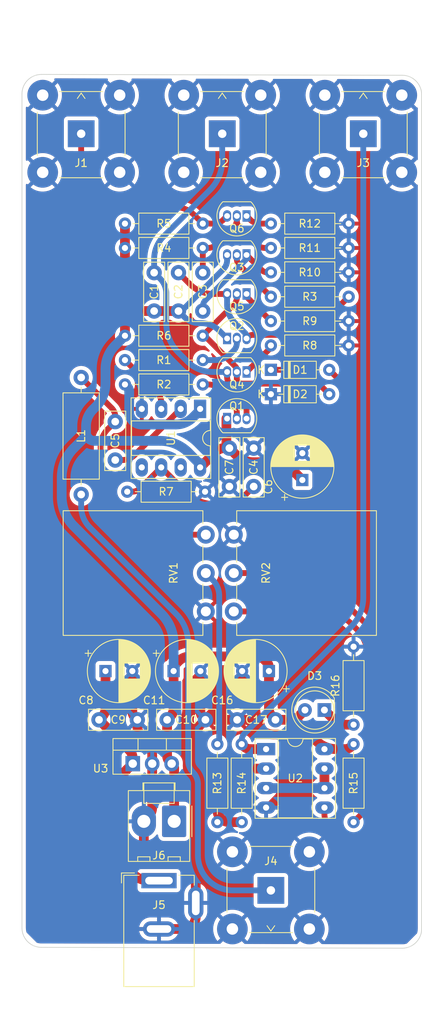
<source format=kicad_pcb>
(kicad_pcb (version 20211014) (generator pcbnew)
  (title_block (title "Enter Title On Page Setting Dialog") (rev "1") (company "Ashton Johnson"))
  (layers (0 "F.Cu" signal) (31 "B.Cu" signal) (35 "F.Paste" user) (37 "F.SilkS" user "F.Silkscreen") (39 "F.Mask" user) (44 "Edge.Cuts" user))
  (net 0 "")
  (net 1 "Y")
  (net 2 "+9V")
  (net 3 "Net-(C2-Pad1)")
  (net 4 "Net-(C3-Pad1)")
  (net 5 "Net-(C3-Pad2)")
  (net 6 "GND")
  (net 7 "Net-(C4-Pad2)")
  (net 8 "Net-(C5-Pad1)")
  (net 9 "COMP_VIDEO_IN")
  (net 10 "Net-(D1-Pad1)")
  (net 11 "Net-(D1-Pad2)")
  (net 12 "X")
  (net 13 "Z")
  (net 14 "Net-(Q1-Pad2)")
  (net 15 "Net-(Q2-Pad2)")
  (net 16 "Net-(Q3-Pad2)")
  (net 17 "Net-(Q4-Pad1)")
  (net 18 "Net-(Q5-Pad1)")
  (net 19 "Net-(Q6-Pad1)")
  (net 20 "Net-(R1-Pad2)")
  (net 21 "Net-(R2-Pad1)")
  (net 22 "Net-(R13-Pad1)")
  (net 23 "Net-(R13-Pad2)")
  (net 24 "Net-(R15-Pad2)")
  (net 25 "Net-(RV2-Pad2)")
  (net 28 "Net-(U2-Pad3)")
  (net 29 "Net-(D3-Pad1)")
  (net 30 "Net-(C5-Pad2)")
  (net 31 "+VDC")
  (footprint "Package_TO_SOT_THT:TO-92_Inline" (layer "F.Cu") (at 127.46 99.365)
    (fp_text reference "Q2")
    (fp_text value "2N3906")
  )
  (footprint "Resistor_THT:R_Axial_DIN0207_L6.3mm_D2.5mm_P10.16mm_Horizontal" (layer "F.Cu") (at 114.125 84.4)
    (fp_text reference "R5")
    (fp_text value "2.2k")
  )
  (footprint "Capacitor_THT:CP_Radial_D8.0mm_P3.50mm" (layer "F.Cu") (at 137.2825 117.802651 90)
    (fp_text reference "C6")
    (fp_text value "10u")
  )
  (footprint "Diode_THT:D_DO-35_SOD27_P7.62mm_Horizontal" (layer "F.Cu") (at 133.175 103.45)
    (fp_text reference "D1")
    (fp_text value "1N4148")
  )
  (footprint "Diode_THT:D_DO-35_SOD27_P7.62mm_Horizontal" (layer "F.Cu") (at 133.175 106.625)
    (fp_text reference "D2")
    (fp_text value "1N4148")
  )
  (footprint "Capacitor_THT:C_Disc_D7.5mm_W2.5mm_P5.00mm" (layer "F.Cu") (at 119.627651 149.04)
    (fp_text reference "C10")
    (fp_text value "0.1u")
  )
  (footprint "Package_TO_SOT_THT:TO-92_Inline" (layer "F.Cu") (at 130 93.565 180)
    (fp_text reference "Q5")
    (fp_text value "2N3904")
  )
  (footprint "Capacitor_THT:CP_Radial_D8.0mm_P3.50mm" (layer "F.Cu") (at 120.475 142.69)
    (fp_text reference "C11")
    (fp_text value "10u")
  )
  (footprint "Package_TO_SOT_THT:TO-92_Inline" (layer "F.Cu") (at 130 83.405 180)
    (fp_text reference "Q6")
    (fp_text value "2N3904")
  )
  (footprint "Resistor_THT:R_Axial_DIN0207_L6.3mm_D2.5mm_P10.16mm_Horizontal" (layer "F.Cu") (at 124.5825 119.325 180)
    (fp_text reference "R7")
    (fp_text value "680k")
  )
  (footprint "Package_DIP:DIP-8_W7.62mm_Socket_LongPads" (layer "F.Cu") (at 123.9375 108.54 -90)
    (fp_text reference "U1")
    (fp_text value "LM1881")
  )
  (footprint "Capacitor_THT:C_Disc_D7.5mm_W2.5mm_P5.00mm" (layer "F.Cu") (at 121.11 90.79 -90)
    (fp_text reference "C2")
    (fp_text value "22n")
  )
  (footprint "Capacitor_THT:C_Disc_D7.5mm_W2.5mm_P5.00mm" (layer "F.Cu") (at 112.855 115.2 90)
    (fp_text reference "C5")
    (fp_text value "10n")
  )
  (footprint "Potentiometer_THT:Potentiometer_Piher_PC-16_Single_Vertical" (layer "F.Cu") (at 128.335 134.925)
    (fp_text reference "RV2")
    (fp_text value "10k")
  )
  (footprint "Connector_Coaxial:BNC_TEConnectivity_1478035_Horizontal" (layer "F.Cu") (at 108.41 72.695)
    (fp_text reference "J1")
    (fp_text value "Conn_Coaxial_Power")
  )
  (footprint "Resistor_THT:R_Axial_DIN0207_L6.3mm_D2.5mm_P10.16mm_Horizontal" (layer "F.Cu") (at 114.125 105.355)
    (fp_text reference "R2")
    (fp_text value "6.8k")
  )
  (footprint "Resistor_THT:R_Axial_DIN0207_L6.3mm_D2.5mm_P10.16mm_Horizontal" (layer "F.Cu") (at 126.19 152.215 -90)
    (fp_text reference "R13")
    (fp_text value "2.2k")
  )
  (footprint "Resistor_THT:R_Axial_DIN0207_L6.3mm_D2.5mm_P10.16mm_Horizontal" (layer "F.Cu") (at 133.175 84.4)
    (fp_text reference "R12")
    (fp_text value "2.2k")
  )
  (footprint "Resistor_THT:R_Axial_DIN0207_L6.3mm_D2.5mm_P10.16mm_Horizontal" (layer "F.Cu") (at 133.175 97.1)
    (fp_text reference "R9")
    (fp_text value "680")
  )
  (footprint "Capacitor_THT:C_Disc_D7.5mm_W2.5mm_P5.00mm" (layer "F.Cu") (at 124.285 95.79 90)
    (fp_text reference "C3")
    (fp_text value "0.1u")
  )
  (footprint "Potentiometer_THT:Potentiometer_Piher_PC-16_Single_Vertical" (layer "F.Cu") (at 124.68 124.925 180)
    (fp_text reference "RV1")
    (fp_text value "1k")
  )
  (footprint "Capacitor_THT:C_Disc_D7.5mm_W2.5mm_P5.00mm" (layer "F.Cu") (at 130.9325 113.65 -90)
    (fp_text reference "C4")
    (fp_text value "0.1u")
  )
  (footprint "Resistor_THT:R_Axial_DIN0207_L6.3mm_D2.5mm_P10.16mm_Horizontal" (layer "F.Cu") (at 114.125 99.005)
    (fp_text reference "R6")
    (fp_text value "3.3k")
  )
  (footprint "Capacitor_THT:C_Disc_D7.5mm_W2.5mm_P5.00mm" (layer "F.Cu") (at 127.7575 113.65 -90)
    (fp_text reference "C7")
    (fp_text value "0.1u")
  )
  (footprint "Connector_Coaxial:BNC_TEConnectivity_1478035_Horizontal" (layer "F.Cu") (at 133.175 171.265 180)
    (fp_text reference "J4")
    (fp_text value "Conn_Coaxial_Power")
  )
  (footprint "Package_TO_SOT_THT:TO-92_Inline" (layer "F.Cu") (at 127.46 109.8)
    (fp_text reference "Q1")
    (fp_text value "2N3906")
  )
  (footprint "Resistor_THT:R_Axial_DIN0207_L6.3mm_D2.5mm_P10.16mm_Horizontal" (layer "F.Cu") (at 133.175 90.75)
    (fp_text reference "R10")
    (fp_text value "3.3k")
  )
  (footprint "Connector_Coaxial:BNC_TEConnectivity_1478035_Horizontal" (layer "F.Cu") (at 145.24 72.695)
    (fp_text reference "J3")
    (fp_text value "Conn_Coaxial_Power")
  )
  (footprint "Connector_Coaxial:BNC_TEConnectivity_1478035_Horizontal" (layer "F.Cu") (at 126.825 72.695)
    (fp_text reference "J2")
    (fp_text value "Conn_Coaxial_Power")
  )
  (footprint "Resistor_THT:R_Axial_DIN0207_L6.3mm_D2.5mm_P10.16mm_Horizontal" (layer "F.Cu") (at 133.175 87.575)
    (fp_text reference "R11")
    (fp_text value "3.3k")
  )
  (footprint "Capacitor_THT:C_Disc_D7.5mm_W2.5mm_P5.00mm" (layer "F.Cu") (at 117.935 90.79 -90)
    (fp_text reference "C1")
    (fp_text value "100n")
  )
  (footprint "Connector_BarrelJack:BarrelJack_GCT_DCJ200-10-A_Horizontal" (layer "F.Cu") (at 118.57 169.995)
    (fp_text reference "J5")
    (fp_text value "Barrel_Jack_Switch")
  )
  (footprint "Capacitor_THT:C_Disc_D7.5mm_W2.5mm_P5.00mm" (layer "F.Cu") (at 110.737651 149.04)
    (fp_text reference "C9")
    (fp_text value "0.33u")
  )
  (footprint "Resistor_THT:R_Axial_DIN0207_L6.3mm_D2.5mm_P10.16mm_Horizontal" (layer "F.Cu") (at 143.97 149.675 90)
    (fp_text reference "R16")
    (fp_text value "2.4k")
  )
  (footprint "Package_TO_SOT_THT:TO-92_Inline" (layer "F.Cu") (at 130 103.725 180)
    (fp_text reference "Q4")
    (fp_text value "2N3904")
  )
  (footprint "Package_TO_SOT_THT:TO-92_Inline" (layer "F.Cu") (at 130 88.485 180)
    (fp_text reference "Q3")
    (fp_text value "2N3904")
  )
  (footprint "Resistor_THT:R_Axial_DIN0207_L6.3mm_D2.5mm_P10.16mm_Horizontal" (layer "F.Cu") (at 143.97 152.215 -90)
    (fp_text reference "R15")
    (fp_text value "68k")
  )
  (footprint "Resistor_THT:R_Axial_DIN0207_L6.3mm_D2.5mm_P10.16mm_Horizontal" (layer "F.Cu") (at 133.175 100.275)
    (fp_text reference "R8")
    (fp_text value "68k")
  )
  (footprint "Capacitor_THT:CP_Radial_D8.0mm_P3.50mm" (layer "F.Cu") (at 111.585 142.69)
    (fp_text reference "C8")
    (fp_text value "10u")
  )
  (footprint "Capacitor_THT:C_Disc_D7.5mm_W2.5mm_P5.00mm" (layer "F.Cu") (at 133.77 149.04 180)
    (fp_text reference "C17")
    (fp_text value "0.1u")
  )
  (footprint "Inductor_THT:L_Axial_L11.0mm_D4.5mm_P15.24mm_Horizontal_Fastron_MECC" (layer "F.Cu") (at 108.41 119.69 90)
    (fp_text reference "L1")
    (fp_text value "22u")
  )
  (footprint "Resistor_THT:R_Axial_DIN0207_L6.3mm_D2.5mm_P10.16mm_Horizontal" (layer "F.Cu") (at 129.365 162.375 90)
    (fp_text reference "R14")
    (fp_text value "4.7k")
  )
  (footprint "Capacitor_THT:CP_Radial_D8.0mm_P3.50mm" (layer "F.Cu") (at 132.922651 142.69 180)
    (fp_text reference "C16")
    (fp_text value "10u")
  )
  (footprint "Connector_Molex:Molex_KK-396_A-41791-0002_1x02_P3.96mm_Vertical" (layer "F.Cu") (at 120.55 162.27 180)
    (fp_text reference "J6")
    (fp_text value "Molex 3.96mm")
  )
  (footprint "Package_TO_SOT_THT:TO-220-3_Vertical" (layer "F.Cu") (at 115.142651 154.755)
    (fp_text reference "U3")
    (fp_text value "LM7809_TO220")
  )
  (footprint "Package_DIP:DIP-8_W7.62mm_Socket_LongPads" (layer "F.Cu") (at 132.55 152.86)
    (fp_text reference "U2")
    (fp_text value "AD8032")
  )
  (footprint "Resistor_THT:R_Axial_DIN0207_L6.3mm_D2.5mm_P10.16mm_Horizontal" (layer "F.Cu") (at 124.285 102.18 180)
    (fp_text reference "R1")
    (fp_text value "6.8k")
  )
  (footprint "Resistor_THT:R_Axial_DIN0207_L6.3mm_D2.5mm_P10.16mm_Horizontal" (layer "F.Cu") (at 114.125 87.575)
    (fp_text reference "R4")
    (fp_text value "5.6k")
  )
  (footprint "LED_THT:LED_D5.0mm" (layer "F.Cu") (at 140.165 147.77 180)
    (fp_text reference "D3")
    (fp_text value "Indicator")
  )
  (footprint "Resistor_THT:R_Axial_DIN0207_L6.3mm_D2.5mm_P10.16mm_Horizontal" (layer "F.Cu") (at 133.175 93.925)
    (fp_text reference "R3")
    (fp_text value "180")
  )
  (gr_arc (start 150.32 65.075) (mid 152.116051 65.818949) (end 152.86 67.615) (layer "Edge.Cuts") (width 0.1))
  (gr_line (start 152.859999 176.254474) (end 152.86 67.615) (layer "Edge.Cuts") (width 0.1))
  (gr_arc (start 100.681051 67.506051) (mid 101.425 65.71) (end 103.221051 64.966051) (layer "Edge.Cuts") (width 0.1))
  (gr_line (start 150.319999 178.794474) (end 103.22105 178.685525) (layer "Edge.Cuts") (width 0.1))
  (gr_arc (start 152.859999 176.254474) (mid 152.11605 178.050525) (end 150.319999 178.794474) (layer "Edge.Cuts") (width 0.1))
  (gr_arc (start 103.22105 178.685525) (mid 101.424974 177.941587) (end 100.68105 176.145525) (layer "Edge.Cuts") (width 0.1))
  (gr_line (start 103.221051 64.966051) (end 150.32 65.075) (layer "Edge.Cuts") (width 0.1))
  (gr_line (start 100.681051 67.506051) (end 100.68105 176.145525) (layer "Edge.Cuts") (width 0.1))
  (segment (start 130 108.660408) (end 130 109.8) (width 0.762) (layer "F.Cu") (net 1))
  (segment (start 129.194186 106.715002) (end 127.903998 105.424814) (width 0.762) (layer "F.Cu") (net 1))
  (segment (start 127.46 104.352908) (end 127.46 103.725) (width 0.762) (layer "F.Cu") (net 1))
  (arc (start 129.194186 106.715002) (mid 129.790575 107.607562) (end 130 108.660408) (width 0.762) (layer "F.Cu") (net 1))
  (arc (start 127.46 104.352908) (mid 127.575391 104.933019) (end 127.903998 105.424814) (width 0.762) (layer "F.Cu") (net 1))
  (segment (start 122.282413 102.372594) (end 121.109303 101.199484) (width 0.762) (layer "B.Cu") (net 1))
  (segment (start 119.515511 93.488101) (end 119.515511 97.351728) (width 0.762) (layer "B.Cu") (net 1))
  (segment (start 126.825 76.156036) (end 126.825 72.695) (width 0.762) (layer "B.Cu") (net 1))
  (segment (start 125.547409 103.725) (end 127.46 103.725) (width 0.762) (layer "B.Cu") (net 1))
  (segment (start 117.935 89.045) (end 117.935 89.672409) (width 0.762) (layer "B.Cu") (net 1))
  (segment (start 125.231207 80.003792) (end 119.168901 86.066098) (width 0.762) (layer "B.Cu") (net 1))
  (arc (start 126.825 76.156036) (mid 126.410786 78.238426) (end 125.231207 80.003792) (width 0.762) (layer "B.Cu") (net 1))
  (arc (start 122.282413 102.372594) (mid 123.780406 103.373521) (end 125.547409 103.725) (width 0.762) (layer "B.Cu") (net 1))
  (arc (start 118.725255 91.580255) (mid 119.31013 92.455582) (end 119.515511 93.488101) (width 0.762) (layer "B.Cu") (net 1))
  (arc (start 117.935 89.672409) (mid 118.14038 90.704928) (end 118.725255 91.580255) (width 0.762) (layer "B.Cu") (net 1))
  (arc (start 119.515511 97.351728) (mid 119.929724 99.434118) (end 121.109303 101.199484) (width 0.762) (layer "B.Cu") (net 1))
  (arc (start 119.168901 86.066098) (mid 118.25568 87.43283) (end 117.935 89.045) (width 0.762) (layer "B.Cu") (net 1))
  (segment (start 127.56399 113.45649) (end 127.95101 113.84351) (width 1.27) (layer "F.Cu") (net 2))
  (segment (start 127.37048 112.989315) (end 127.37048 109.8) (width 1.27) (layer "F.Cu") (net 2))
  (segment (start 120.475 143.0075) (end 120.475 147.593484) (width 1.27) (layer "F.Cu") (net 2))
  (segment (start 141.7475 152.86) (end 142.868916 152.86) (width 1.27) (layer "F.Cu") (net 2))
  (segment (start 136.3475 149.04) (end 136.3525 149.04) (width 1.27) (layer "F.Cu") (net 2))
  (segment (start 114.125 95.72117) (end 114.125 99.005) (width 1.27) (layer "F.Cu") (net 2))
  (segment (start 131.185412 140.785) (end 122.643025 140.785) (width 1.27) (layer "F.Cu") (net 2))
  (segment (start 120.55 155.313819) (end 120.55 162.27) (width 1.27) (layer "F.Cu") (net 2))
  (segment (start 120.475 142.3725) (end 120.475 143.0075) (width 1.27) (layer "F.Cu") (net 2))
  (segment (start 132.922651 142.246325) (end 132.922651 143.133674) (width 1.27) (layer "F.Cu") (net 2))
  (segment (start 125.984345 114.113154) (end 123.9375 116.16) (width 1.27) (layer "F.Cu") (net 2))
  (segment (start 133.325187 115.484511) (end 130.889206 115.484511) (width 1.27) (layer "F.Cu") (net 2))
  (segment (start 143.6475 152.5375) (end 143.97 152.215) (width 1.27) (layer "F.Cu") (net 2))
  (segment (start 120.699506 141.830493) (end 121.11 141.42) (width 1.27) (layer "F.Cu") (net 2))
  (segment (start 136.3475 149.04) (end 134.369166 149.04) (width 1.27) (layer "F.Cu") (net 2))
  (segment (start 127.1025 113.65) (end 127.483835 113.65) (width 1.27) (layer "F.Cu") (net 2))
  (segment (start 136.351767 149.041767) (end 139.054539 151.744539) (width 1.27) (layer "F.Cu") (net 2))
  (segment (start 119.627651 149.639166) (end 119.627651 153.739271) (width 1.27) (layer "F.Cu") (net 2))
  (segment (start 127.95101 113.84351) (end 128.674755 114.567255) (width 1.27) (layer "F.Cu") (net 2))
  (segment (start 132.413825 141.293825) (end 132.608925 141.488925) (width 1.27) (layer "F.Cu") (net 2))
  (segment (start 114.125 85.9875) (end 114.125 89.1625) (width 1.27) (layer "F.Cu") (net 2))
  (segment (start 114.52617 95.79) (end 116.3475 95.79) (width 1.27) (layer "F.Cu") (net 2))
  (segment (start 136.356767 149.038232) (end 137.625 147.77) (width 1.27) (layer "F.Cu") (net 2))
  (segment (start 136.12343 116.643581) (end 137.2825 117.802651) (width 1.27) (layer "F.Cu") (net 2))
  (segment (start 119.5225 95.79) (end 116.3475 95.79) (width 1.27) (layer "F.Cu") (net 2))
  (segment (start 120.058976 154.591325) (end 120.386325 154.918674) (width 1.27) (layer "F.Cu") (net 2))
  (segment (start 132.922651 143.133674) (end 132.922651 147.593484) (width 1.27) (layer "F.Cu") (net 2))
  (segment (start 120.058976 154.591325) (end 119.925151 154.4575) (width 1.27) (layer "F.Cu") (net 2))
  (segment (start 114.125 95.72117) (end 114.125 95.388829) (width 1.27) (layer "F.Cu") (net 2))
  (segment (start 114.125 85.9875) (end 114.125 84.4) (width 1.27) (layer "F.Cu") (net 2))
  (segment (start 114.125 95.388829) (end 114.125 89.1625) (width 1.27) (layer "F.Cu") (net 2))
  (segment (start 119.5225 95.79) (end 121.11 95.79) (width 1.27) (layer "F.Cu") (net 2))
  (arc (start 132.413825 141.293825) (mid 131.850224 140.917239) (end 131.185412 140.785) (width 1.27) (layer "F.Cu") (net 2))
  (arc (start 127.37048 112.989315) (mid 127.420771 113.242148) (end 127.56399 113.45649) (width 1.27) (layer "F.Cu") (net 2))
  (arc (start 136.356767 149.038232) (mid 136.354809 149.03954) (end 136.3525 149.04) (width 1.27) (layer "F.Cu") (net 2))
  (arc (start 120.475 147.593484) (mid 120.36489 148.147041) (end 120.051325 148.616325) (width 1.27) (layer "F.Cu") (net 2))
  (arc (start 143.6475 152.5375) (mid 143.290282 152.776184) (end 142.868916 152.86) (width 1.27) (layer "F.Cu") (net 2))
  (arc (start 139.054539 151.744539) (mid 140.29008 152.570101) (end 141.7475 152.86) (width 1.27) (layer "F.Cu") (net 2))
  (arc (start 136.12343 116.643581) (mid 134.839585 115.785743) (end 133.325187 115.484511) (width 1.27) (layer "F.Cu") (net 2))
  (arc (start 120.386325 154.918674) (mid 120.507462 155.099968) (end 120.55 155.313819) (width 1.27) (layer "F.Cu") (net 2))
  (arc (start 122.643025 140.785) (mid 121.813357 140.950031) (end 121.11 141.42) (width 1.27) (layer "F.Cu") (net 2))
  (arc (start 136.3525 149.04) (mid 136.351543 149.040638) (end 136.351767 149.041767) (width 1.27) (layer "F.Cu") (net 2))
  (arc (start 128.674755 114.567255) (mid 129.690753 115.246123) (end 130.889206 115.484511) (width 1.27) (layer "F.Cu") (net 2))
  (arc (start 127.483835 113.65) (mid 127.588562 113.580023) (end 127.56399 113.45649) (width 1.27) (layer "F.Cu") (net 2))
  (arc (start 119.627651 153.739271) (mid 119.704968 154.127973) (end 119.925151 154.4575) (width 1.27) (layer "F.Cu") (net 2))
  (arc (start 127.1025 113.65) (mid 126.497358 113.770369) (end 125.984345 114.113154) (width 1.27) (layer "F.Cu") (net 2))
  (arc (start 127.95101 113.84351) (mid 127.736668 113.700291) (end 127.483835 113.65) (width 1.27) (layer "F.Cu") (net 2))
  (arc (start 114.125 95.388829) (mid 114.155537 95.54235) (end 114.2425 95.6725) (width 1.27) (layer "F.Cu") (net 2))
  (arc (start 120.051325 148.616325) (mid 119.73776 149.085608) (end 119.627651 149.639166) (width 1.27) (layer "F.Cu") (net 2))
  (arc (start 114.2425 95.6725) (mid 114.372648 95.759462) (end 114.52617 95.79) (width 1.27) (layer "F.Cu") (net 2))
  (arc (start 136.351767 149.041767) (mid 136.349809 149.040459) (end 136.3475 149.04) (width 1.27) (layer "F.Cu") (net 2))
  (arc (start 133.346325 148.616325) (mid 133.815608 148.92989) (end 134.369166 149.04) (width 1.27) (layer "F.Cu") (net 2))
  (arc (start 114.2425 95.6725) (mid 114.167489 95.657579) (end 114.125 95.72117) (width 1.27) (layer "F.Cu") (net 2))
  (arc (start 120.699506 141.830493) (mid 120.533347 142.079168) (end 120.475 142.3725) (width 1.27) (layer "F.Cu") (net 2))
  (arc (start 132.922651 147.593484) (mid 133.03276 148.147041) (end 133.346325 148.616325) (width 1.27) (layer "F.Cu") (net 2))
  (arc (start 132.608925 141.488925) (mid 132.841116 141.836423) (end 132.922651 142.246325) (width 1.27) (layer "F.Cu") (net 2))
  (segment (start 121.665201 95.644979) (end 126.977335 90.332845) (width 0.762) (layer "B.Cu") (net 2))
  (segment (start 120.475 139.083963) (end 120.475 142.69) (width 1.27) (layer "B.Cu") (net 2))
  (segment (start 123.796078 115.618578) (end 122.4075 114.23) (width 1.27) (layer "B.Cu") (net 2))
  (segment (start 110.314999 108.254999) (end 109.943025 108.626974) (width 1.27) (layer "B.Cu") (net 2))
  (segment (start 127.46 89.16759) (end 127.46 88.485) (width 0.762) (layer "B.Cu") (net 2))
  (segment (start 111.585 105.188948) (end 111.585 103.341051) (width 1.27) (layer "B.Cu") (net 2))
  (segment (start 107.4575 113.6525) (end 108.7275 112.3825) (width 1.27) (layer "B.Cu") (net 2))
  (segment (start 112.855 100.275) (end 114.125 99.005) (width 1.27) (layer "B.Cu") (net 2))
  (segment (start 121.25502 95.93502) (end 121.900255 96.580255) (width 0.762) (layer "B.Cu") (net 2))
  (segment (start 124.078011 97.370511) (end 123.808101 97.370511) (width 0.762) (layer "B.Cu") (net 2))
  (segment (start 110.129012 112.7) (end 118.713753 112.7) (width 1.27) (layer "B.Cu") (net 2))
  (segment (start 109.045 110.795) (end 109.045 111.615987) (width 1.27) (layer "B.Cu") (net 2))
  (segment (start 126.446621 98.351621) (end 127.46 99.365) (width 0.762) (layer "B.Cu") (net 2))
  (segment (start 105.87 117.485064) (end 105.87 119.971036) (width 1.27) (layer "B.Cu") (net 2))
  (segment (start 123.9375 115.96) (end 123.9375 116.16) (width 1.27) (layer "B.Cu") (net 2))
  (segment (start 118.881207 135.236207) (end 107.463792 123.818792) (width 1.27) (layer "B.Cu") (net 2))
  (arc (start 107.4575 113.6525) (mid 106.282577 115.410895) (end 105.87 117.485064) (width 1.27) (layer "B.Cu") (net 2))
  (arc (start 109.3625 112.3825) (mid 109.714178 112.617484) (end 110.129012 112.7) (width 1.27) (layer "B.Cu") (net 2))
  (arc (start 118.881207 135.236207) (mid 120.060786 137.001572) (end 120.475 139.083963) (width 1.27) (layer "B.Cu") (net 2))
  (arc (start 126.446621 98.351621) (mid 125.359893 97.625493) (end 124.078011 97.370511) (width 0.762) (layer "B.Cu") (net 2))
  (arc (start 122.4075 114.23) (mid 120.712794 113.097634) (end 118.713753 112.7) (width 1.27) (layer "B.Cu") (net 2))
  (arc (start 123.796078 115.618578) (mid 123.900745 115.775223) (end 123.9375 115.96) (width 1.27) (layer "B.Cu") (net 2))
  (arc (start 127.46 89.16759) (mid 127.334559 89.798221) (end 126.977335 90.332845) (width 0.762) (layer "B.Cu") (net 2))
  (arc (start 121.900255 96.580255) (mid 122.775582 97.16513) (end 123.808101 97.370511) (width 0.762) (layer "B.Cu") (net 2))
  (arc (start 112.855 100.275) (mid 111.915062 101.681716) (end 111.585 103.341051) (width 1.27) (layer "B.Cu") (net 2))
  (arc (start 121.665201 95.644979) (mid 121.504569 95.75231) (end 121.31509 95.79) (width 0.762) (layer "B.Cu") (net 2))
  (arc (start 109.3625 112.3825) (mid 109.045 112.250987) (end 108.7275 112.3825) (width 1.27) (layer "B.Cu") (net 2))
  (arc (start 109.045 111.615987) (mid 109.127515 112.03082) (end 109.3625 112.3825) (width 1.27) (layer "B.Cu") (net 2))
  (arc (start 111.585 105.188948) (mid 111.254937 106.848283) (end 110.314999 108.254999) (width 1.27) (layer "B.Cu") (net 2))
  (arc (start 121.31509 95.79) (mid 121.236605 95.842441) (end 121.25502 95.93502) (width 0.762) (layer "B.Cu") (net 2))
  (arc (start 105.87 119.971036) (mid 106.284213 122.053426) (end 107.463792 123.818792) (width 1.27) (layer "B.Cu") (net 2))
  (arc (start 109.943025 108.626974) (mid 109.278389 109.621672) (end 109.045 110.795) (width 1.27) (layer "B.Cu") (net 2))
  (arc (start 108.7275 112.3825) (mid 108.962484 112.03082) (end 109.045 111.615987) (width 1.27) (layer "B.Cu") (net 2))
  (segment (start 130.235255 99.129744) (end 130 99.365) (width 0.762) (layer "F.Cu") (net 3))
  (segment (start 122.621046 92.301046) (end 121.11 90.79) (width 0.762) (layer "F.Cu") (net 3))
  (segment (start 139.959303 97.300696) (end 143.335 93.925) (width 0.762) (layer "F.Cu") (net 3))
  (segment (start 130.803212 98.894489) (end 136.111547 98.894489) (width 0.762) (layer "F.Cu") (net 3))
  (segment (start 125.6725 93.565) (end 127.46 93.565) (width 0.762) (layer "F.Cu") (net 3))
  (arc (start 122.621046 92.301046) (mid 124.021065 93.236509) (end 125.6725 93.565) (width 0.762) (layer "F.Cu") (net 3))
  (arc (start 139.959303 97.300696) (mid 138.193937 98.480275) (end 136.111547 98.894489) (width 0.762) (layer "F.Cu") (net 3))
  (arc (start 130.803212 98.894489) (mid 130.495836 98.955629) (end 130.235255 99.129744) (width 0.762) (layer "F.Cu") (net 3))
  (segment (start 127.46 94.935779) (end 127.46 93.565) (width 0.762) (layer "B.Cu") (net 3))
  (segment (start 129.816703 98.663262) (end 128.429287 97.275846) (width 0.762) (layer "B.Cu") (net 3))
  (segment (start 130 99.105779) (end 130 99.365) (width 0.762) (layer "B.Cu") (net 3))
  (arc (start 127.46 94.935779) (mid 127.711909 96.202214) (end 128.429287 97.275846) (width 0.762) (layer "B.Cu") (net 3))
  (arc (start 129.816703 98.663262) (mid 129.952362 98.86629) (end 130 99.105779) (width 0.762) (layer "B.Cu") (net 3))
  (segment (start 132.72 90.75) (end 133.175 90.75) (width 0.762) (layer "F.Cu") (net 4))
  (segment (start 131.943266 90.428266) (end 130 88.485) (width 0.762) (layer "F.Cu") (net 4))
  (arc (start 131.943266 90.428266) (mid 132.299634 90.666384) (end 132.72 90.75) (width 0.762) (layer "F.Cu") (net 4))
  (segment (start 124.285 95.25422) (end 124.285 95.79) (width 0.762) (layer "B.Cu") (net 4))
  (segment (start 130 88.74422) (end 130 88.485) (width 0.762) (layer "B.Cu") (net 4))
  (segment (start 129.816703 89.186737) (end 124.663853 94.339587) (width 0.762) (layer "B.Cu") (net 4))
  (arc (start 130 88.74422) (mid 129.952362 88.983708) (end 129.816703 89.186737) (width 0.762) (layer "B.Cu") (net 4))
  (arc (start 124.663853 94.339587) (mid 124.38346 94.759224) (end 124.285 95.25422) (width 0.762) (layer "B.Cu") (net 4))
  (segment (start 131.224499 87.065521) (end 129.142251 84.983273) (width 0.762) (layer "F.Cu") (net 5))
  (segment (start 124.285 88.2435) (end 124.285 90.79) (width 0.762) (layer "F.Cu") (net 5))
  (segment (start 132.454489 87.575) (end 133.175 87.575) (width 0.762) (layer "F.Cu") (net 5))
  (segment (start 126.0947 87.102299) (end 128.354526 84.842473) (width 0.762) (layer "F.Cu") (net 5))
  (segment (start 128.73 83.988011) (end 128.73 83.936) (width 0.762) (layer "F.Cu") (net 5))
  (arc (start 128.73 83.936) (mid 128.632417 84.426579) (end 128.354526 84.842473) (width 0.762) (layer "F.Cu") (net 5))
  (arc (start 124.9535 87.575) (mid 124.480799 87.770799) (end 124.285 88.2435) (width 0.762) (layer "F.Cu") (net 5))
  (arc (start 126.0947 87.102299) (mid 125.571113 87.452149) (end 124.9535 87.575) (width 0.762) (layer "F.Cu") (net 5))
  (arc (start 131.224499 87.065521) (mid 131.788823 87.44259) (end 132.454489 87.575) (width 0.762) (layer "F.Cu") (net 5))
  (arc (start 128.73 83.988011) (mid 128.83714 84.526642) (end 129.142251 84.983273) (width 0.762) (layer "F.Cu") (net 5))
  (arc (start 128.73 83.936) (mid 128.73 83.936) (end 128.73 83.936) (width 0.762) (layer "F.Cu") (net 5))
  (segment (start 123.975 147.925855) (end 123.975 142.69) (width 1.27) (layer "F.Cu") (net 6))
  (segment (start 123.37 174.690319) (end 123.37 174.125) (width 1.27) (layer "F.Cu") (net 6))
  (segment (start 132.75 160.48) (end 132.55 160.48) (width 1.27) (layer "F.Cu") (net 6))
  (segment (start 133.091421 160.338578) (end 134.015 159.415) (width 1.27) (layer "F.Cu") (net 6))
  (segment (start 116.307809 151.222809) (end 116.919912 151.834912) (width 1.27) (layer "F.Cu") (net 6))
  (segment (start 117.682651 160.404728) (end 117.682651 155.833674) (width 1.27) (layer "F.Cu") (net 6))
  (segment (start 129.7025 149.04) (end 127.8375 149.04) (width 1.27) (layer "F.Cu") (net 6))
  (segment (start 116.59 163.04262) (end 116.59 164.799713) (width 1.27) (layer "F.Cu") (net 6))
  (segment (start 121.765319 176.295) (end 118.57 176.295) (width 1.27) (layer "F.Cu") (net 6))
  (segment (start 133.4925 150.945) (end 133.995987 150.945) (width 1.27) (layer "F.Cu") (net 6))
  (segment (start 129.218825 144.595) (end 129.324234 144.595) (width 1.27) (layer "F.Cu") (net 6))
  (segment (start 123.37 166.242218) (end 123.37 151.186944) (width 1.27) (layer "F.Cu") (net 6))
  (segment (start 123.37 166.397781) (end 123.37 166.955) (width 1.27) (layer "F.Cu") (net 6))
  (segment (start 123.37 171.665) (end 123.37 174.125) (width 1.27) (layer "F.Cu") (net 6))
  (segment (start 123.37 166.242218) (end 123.37 166.397781) (width 1.27) (layer "F.Cu") (net 6))
  (segment (start 128.96929 144.69836) (end 124.953976 148.713674) (width 1.27) (layer "F.Cu") (net 6))
  (segment (start 129.422651 144.496583) (end 129.422651 142.69) (width 1.27) (layer "F.Cu") (net 6))
  (segment (start 123.37 166.955) (end 123.37 168.225) (width 1.27) (layer "F.Cu") (net 6))
  (segment (start 124.301325 149.366325) (end 123.998825 149.668825) (width 1.27) (layer "F.Cu") (net 6))
  (segment (start 131.294377 149.699377) (end 131.86648 150.27148) (width 1.27) (layer "F.Cu") (net 6))
  (segment (start 115.737651 149.846325) (end 115.737651 149.501493) (width 1.27) (layer "F.Cu") (net 6))
  (segment (start 123.37 171.665) (end 123.37 168.225) (width 1.27) (layer "F.Cu") (net 6))
  (segment (start 127.8375 149.04) (end 125.089144 149.04) (width 1.27) (layer "F.Cu") (net 6))
  (segment (start 135.08 156.843862) (end 135.08 152.029012) (width 1.27) (layer "F.Cu") (net 6))
  (segment (start 123.182218 166.43) (end 118.220286 166.43) (width 1.27) (layer "F.Cu") (net 6))
  (segment (start 115.085 147.925855) (end 115.085 142.69) (width 1.27) (layer "F.Cu") (net 6))
  (segment (start 117.682651 153.676325) (end 117.682651 155.833674) (width 1.27) (layer "F.Cu") (net 6))
  (arc (start 129.393825 144.566174) (mid 129.361896 144.587508) (end 129.324234 144.595) (width 1.27) (layer "F.Cu") (net 6))
  (arc (start 123.37 166.397781) (mid 123.350111 166.368015) (end 123.315 166.375) (width 1.27) (layer "F.Cu") (net 6))
  (arc (start 116.919912 151.834912) (mid 117.484421 152.679759) (end 117.682651 153.676325) (width 1.27) (layer "F.Cu") (net 6))
  (arc (start 124.953976 148.713674) (mid 124.912538 148.921995) (end 125.089144 149.04) (width 1.27) (layer "F.Cu") (net 6))
  (arc (start 115.085 147.925855) (mid 115.169809 148.352219) (end 115.411325 148.713674) (width 1.27) (layer "F.Cu") (net 6))
  (arc (start 129.422651 144.496583) (mid 129.415159 144.534245) (end 129.393825 144.566174) (width 1.27) (layer "F.Cu") (net 6))
  (arc (start 123.998825 149.668825) (mid 123.533426 150.365344) (end 123.37 151.186944) (width 1.27) (layer "F.Cu") (net 6))
  (arc (start 123.315 166.375) (mid 123.355705 166.314079) (end 123.37 166.242218) (width 1.27) (layer "F.Cu") (net 6))
  (arc (start 131.86648 150.27148) (mid 132.612504 150.769957) (end 133.4925 150.945) (width 1.27) (layer "F.Cu") (net 6))
  (arc (start 117.136325 161.723674) (mid 116.731985 162.328811) (end 116.59 163.04262) (width 1.27) (layer "F.Cu") (net 6))
  (arc (start 123.975 147.925855) (mid 124.059809 148.352219) (end 124.301325 148.713674) (width 1.27) (layer "F.Cu") (net 6))
  (arc (start 117.0675 165.9525) (mid 117.596402 166.305901) (end 118.220286 166.43) (width 1.27) (layer "F.Cu") (net 6))
  (arc (start 115.411325 148.713674) (mid 115.652841 149.075128) (end 115.737651 149.501493) (width 1.27) (layer "F.Cu") (net 6))
  (arc (start 123.37 174.690319) (mid 123.24785 175.304404) (end 122.9 175.825) (width 1.27) (layer "F.Cu") (net 6))
  (arc (start 115.737651 149.846325) (mid 115.88583 150.591272) (end 116.307809 151.222809) (width 1.27) (layer "F.Cu") (net 6))
  (arc (start 116.59 164.799713) (mid 116.714098 165.423596) (end 117.0675 165.9525) (width 1.27) (layer "F.Cu") (net 6))
  (arc (start 124.301325 149.366325) (mid 124.436493 149.039999) (end 124.301325 148.713674) (width 1.27) (layer "F.Cu") (net 6))
  (arc (start 133.091421 160.338578) (mid 132.934775 160.443245) (end 132.75 160.48) (width 1.27) (layer "F.Cu") (net 6))
  (arc (start 134.7625 151.2625) (mid 134.41082 151.027515) (end 133.995987 150.945) (width 1.27) (layer "F.Cu") (net 6))
  (arc (start 134.7625 151.2625) (mid 134.997484 151.614178) (end 135.08 152.029012) (width 1.27) (layer "F.Cu") (net 6))
  (arc (start 135.08 156.843862) (mid 134.803215 158.235351) (end 134.015 159.415) (width 1.27) (layer "F.Cu") (net 6))
  (arc (start 124.301325 148.713674) (mid 124.62765 148.848842) (end 124.953976 148.713674) (width 1.27) (layer "F.Cu") (net 6))
  (arc (start 123.315 166.375) (mid 123.254079 166.415705) (end 123.182218 166.43) (width 1.27) (layer "F.Cu") (net 6))
  (arc (start 129.218825 144.595) (mid 129.083777 144.621862) (end 128.96929 144.69836) (width 1.27) (layer "F.Cu") (net 6))
  (arc (start 131.294377 149.699377) (mid 130.564017 149.211366) (end 129.7025 149.04) (width 1.27) (layer "F.Cu") (net 6))
  (arc (start 117.682651 160.404728) (mid 117.540665 161.118536) (end 117.136325 161.723674) (width 1.27) (layer "F.Cu") (net 6))
  (arc (start 125.089144 149.04) (mid 124.662779 149.124809) (end 124.301325 149.366325) (width 1.27) (layer "F.Cu") (net 6))
  (arc (start 122.9 175.825) (mid 122.379404 176.17285) (end 121.765319 176.295) (width 1.27) (layer "F.Cu") (net 6))
  (segment (start 122.056207 119.361207) (end 118.858383 116.163383) (width 0.762) (layer "F.Cu") (net 7))
  (segment (start 118.856616 116.160883) (end 116.141512 118.875987) (width 0.762) (layer "F.Cu") (net 7))
  (segment (start 126.997618 120.955) (end 125.903963 120.955) (width 0.762) (layer "F.Cu") (net 7))
  (segment (start 115.0575 119.325) (end 114.4225 119.325) (width 0.762) (layer "F.Cu") (net 7))
  (segment (start 129.78 119.8025) (end 130.9325 118.65) (width 0.762) (layer "F.Cu") (net 7))
  (arc (start 116.141512 118.875987) (mid 115.644163 119.208305) (end 115.0575 119.325) (width 0.762) (layer "F.Cu") (net 7))
  (arc (start 118.8575 116.16125) (mid 118.85718 116.160771) (end 118.856616 116.160883) (width 0.762) (layer "F.Cu") (net 7))
  (arc (start 118.8575 116.16125) (mid 118.857729 116.162404) (end 118.858383 116.163383) (width 0.762) (layer "F.Cu") (net 7))
  (arc (start 129.78 119.8025) (mid 128.503432 120.655475) (end 126.997618 120.955) (width 0.762) (layer "F.Cu") (net 7))
  (arc (start 122.056207 119.361207) (mid 123.821572 120.540786) (end 125.903963 120.955) (width 0.762) (layer "F.Cu") (net 7))
  (segment (start 113.79625 115.2) (end 112.855 115.2) (width 0.762) (layer "F.Cu") (net 8))
  (segment (start 115.403064 114.534435) (end 121.3975 108.54) (width 0.762) (layer "F.Cu") (net 8))
  (arc (start 115.403064 114.534435) (mid 114.665851 115.027025) (end 113.79625 115.2) (width 0.762) (layer "F.Cu") (net 8))
  (segment (start 128.233581 171.265) (end 133.175 171.265) (width 0.762) (layer "B.Cu") (net 9))
  (segment (start 123.65 166.681418) (end 123.65 157.413025) (width 0.762) (layer "B.Cu") (net 9))
  (segment (start 122.38 139.083963) (end 122.38 154.346974) (width 0.762) (layer "B.Cu") (net 9))
  (segment (start 120.786207 135.236207) (end 109.530764 123.980764) (width 0.762) (layer "B.Cu") (net 9))
  (segment (start 108.41 121.275) (end 108.41 119.69) (width 0.762) (layer "B.Cu") (net 9))
  (arc (start 124.9925 169.9225) (mid 126.47952 170.916095) (end 128.233581 171.265) (width 0.762) (layer "B.Cu") (net 9))
  (arc (start 120.786207 135.236207) (mid 121.965786 137.001572) (end 122.38 139.083963) (width 0.762) (layer "B.Cu") (net 9))
  (arc (start 123.015 155.88) (mid 123.484968 156.583357) (end 123.65 157.413025) (width 0.762) (layer "B.Cu") (net 9))
  (arc (start 108.41 121.275) (mid 108.701277 122.739348) (end 109.530764 123.980764) (width 0.762) (layer "B.Cu") (net 9))
  (arc (start 123.65 166.681418) (mid 123.998904 168.435478) (end 124.9925 169.9225) (width 0.762) (layer "B.Cu") (net 9))
  (arc (start 122.38 154.346974) (mid 122.545031 155.176641) (end 123.015 155.88) (width 0.762) (layer "B.Cu") (net 9))
  (segment (start 135.3975 103.45) (end 133.175 103.45) (width 0.762) (layer "F.Cu") (net 10))
  (segment (start 139.191544 105.021544) (end 140.795 106.625) (width 0.762) (layer "F.Cu") (net 10))
  (arc (start 139.191544 105.021544) (mid 137.450822 103.85843) (end 135.3975 103.45) (width 0.762) (layer "F.Cu") (net 10))
  (segment (start 142.7 107.445987) (end 142.7 106.625) (width 0.762) (layer "F.Cu") (net 11))
  (segment (start 141.801974 104.456974) (end 140.795 103.45) (width 0.762) (layer "F.Cu") (net 11))
  (segment (start 129.333405 105.244489) (end 133.985525 105.244489) (width 0.762) (layer "F.Cu") (net 11))
  (segment (start 140.795 108.53) (end 141.615987 108.53) (width 0.762) (layer "F.Cu") (net 11))
  (segment (start 128.73 94.0625) (end 128.73 93.565) (width 0.762) (layer "F.Cu") (net 11))
  (segment (start 128.378214 94.911785) (end 124.371069 98.91893) (width 0.762) (layer "F.Cu") (net 11))
  (segment (start 128.546703 103.023262) (end 124.61451 99.091069) (width 0.762) (layer "F.Cu") (net 11))
  (segment (start 128.73 103.465779) (end 128.73 103.98422) (width 0.762) (layer "F.Cu") (net 11))
  (segment (start 128.73 103.98422) (end 128.73 104.641083) (width 0.762) (layer "F.Cu") (net 11))
  (segment (start 138.626974 107.631974) (end 137.833281 106.838281) (width 0.762) (layer "F.Cu") (net 11))
  (arc (start 124.61451 99.091069) (mid 124.519175 99.027368) (end 124.40672 99.005) (width 0.762) (layer "F.Cu") (net 11))
  (arc (start 128.73 104.641083) (mid 128.775931 104.871996) (end 128.906733 105.067755) (width 0.762) (layer "F.Cu") (net 11))
  (arc (start 124.371069 98.91893) (mid 124.360139 98.973875) (end 124.40672 99.005) (width 0.762) (layer "F.Cu") (net 11))
  (arc (start 142.3825 108.2125) (mid 142.03082 108.447484) (end 141.615987 108.53) (width 0.762) (layer "F.Cu") (net 11))
  (arc (start 128.906733 105.067755) (mid 129.102492 105.198557) (end 129.333405 105.244489) (width 0.762) (layer "F.Cu") (net 11))
  (arc (start 128.73 94.0625) (mid 128.638573 94.522129) (end 128.378214 94.911785) (width 0.762) (layer "F.Cu") (net 11))
  (arc (start 137.833281 106.838281) (mid 136.067915 105.658702) (end 133.985525 105.244489) (width 0.762) (layer "F.Cu") (net 11))
  (arc (start 138.626974 107.631974) (mid 139.621672 108.29661) (end 140.795 108.53) (width 0.762) (layer "F.Cu") (net 11))
  (arc (start 141.801974 104.456974) (mid 142.46661 105.451672) (end 142.7 106.625) (width 0.762) (layer "F.Cu") (net 11))
  (arc (start 142.7 107.445987) (mid 142.617484 107.86082) (end 142.3825 108.2125) (width 0.762) (layer "F.Cu") (net 11))
  (arc (start 128.546703 103.023262) (mid 128.682362 103.22629) (end 128.73 103.465779) (width 0.762) (layer "F.Cu") (net 11))
  (segment (start 108.41 76.799935) (end 108.41 72.695) (width 0.762) (layer "F.Cu") (net 12))
  (segment (start 125.375 84.4) (end 125.761428 84.4) (width 0.762) (layer "F.Cu") (net 12))
  (segment (start 126.9625 83.9025) (end 127.46 83.405) (width 0.762) (layer "F.Cu") (net 12))
  (segment (start 113.830064 82.22) (end 120.563507 82.22) (width 0.762) (layer "F.Cu") (net 12))
  (segment (start 123.514253 83.629253) (end 123.195 83.31) (width 0.762) (layer "F.Cu") (net 12))
  (arc (start 123.195 83.31) (mid 121.98766 82.503281) (end 120.563507 82.22) (width 0.762) (layer "F.Cu") (net 12))
  (arc (start 123.514253 83.629253) (mid 124.367971 84.199689) (end 125.375 84.4) (width 0.762) (layer "F.Cu") (net 12))
  (arc (start 109.9975 80.6325) (mid 111.755895 81.807422) (end 113.830064 82.22) (width 0.762) (layer "F.Cu") (net 12))
  (arc (start 108.41 76.799935) (mid 108.822577 78.874104) (end 109.9975 80.6325) (width 0.762) (layer "F.Cu") (net 12))
  (arc (start 126.9625 83.9025) (mid 126.411443 84.270703) (end 125.761428 84.4) (width 0.762) (layer "F.Cu") (net 12))
  (segment (start 130.466083 152.86) (end 132.55 152.86) (width 1.27) (layer "F.Cu") (net 13))
  (segment (start 129.6875 152.5375) (end 129.365 152.215) (width 1.27) (layer "F.Cu") (net 13))
  (arc (start 129.6875 152.5375) (mid 130.044717 152.776184) (end 130.466083 152.86) (width 1.27) (layer "F.Cu") (net 13))
  (segment (start 145.24 133.080855) (end 145.24 72.695) (width 0.762) (layer "B.Cu") (net 13))
  (segment (start 129.720385 150.854433) (end 143.646207 136.928611) (width 0.762) (layer "B.Cu") (net 13))
  (segment (start 129.365 151.712409) (end 129.365 152.215) (width 0.762) (layer "B.Cu") (net 13))
  (arc (start 145.24 133.080855) (mid 144.825786 135.163245) (end 143.646207 136.928611) (width 0.762) (layer "B.Cu") (net 13))
  (arc (start 129.720385 150.854433) (mid 129.457361 151.248076) (end 129.365 151.712409) (width 0.762) (layer "B.Cu") (net 13))
  (segment (start 128.195427 107.753427) (end 126.331572 105.889572) (width 0.762) (layer "F.Cu") (net 14))
  (segment (start 128.73 109.044) (end 128.73 109.8) (width 0.762) (layer "F.Cu") (net 14))
  (segment (start 125.041 105.355) (end 124.285 105.355) (width 0.762) (layer "F.Cu") (net 14))
  (arc (start 128.195427 107.753427) (mid 128.591069 108.345547) (end 128.73 109.044) (width 0.762) (layer "F.Cu") (net 14))
  (arc (start 126.331572 105.889572) (mid 125.739452 105.49393) (end 125.041 105.355) (width 0.762) (layer "F.Cu") (net 14))
  (segment (start 127.90551 101.35551) (end 128.317748 100.943273) (width 0.762) (layer "B.Cu") (net 15))
  (segment (start 128.73 99.948011) (end 128.73 99.365) (width 0.762) (layer "B.Cu") (net 15))
  (segment (start 125.915018 102.18) (end 124.285 102.18) (width 0.762) (layer "B.Cu") (net 15))
  (arc (start 128.73 99.948011) (mid 128.622859 100.486642) (end 128.317748 100.943273) (width 0.762) (layer "B.Cu") (net 15))
  (arc (start 127.90551 101.35551) (mid 126.992264 101.965722) (end 125.915018 102.18) (width 0.762) (layer "B.Cu") (net 15))
  (segment (start 128.73 88.9825) (end 128.73 88.485) (width 0.762) (layer "F.Cu") (net 16))
  (segment (start 129.081785 89.831785) (end 133.175 93.925) (width 0.762) (layer "F.Cu") (net 16))
  (arc (start 128.73 88.9825) (mid 128.821425 89.442129) (end 129.081785 89.831785) (width 0.762) (layer "F.Cu") (net 16))
  (segment (start 133.077772 100.647227) (end 130 103.725) (width 0.762) (layer "F.Cu") (net 17))
  (segment (start 133.175 100.4125) (end 133.175 100.275) (width 0.762) (layer "F.Cu") (net 17))
  (arc (start 133.175 100.4125) (mid 133.149731 100.539533) (end 133.077772 100.647227) (width 0.762) (layer "F.Cu") (net 17))
  (segment (start 130.127279 94.052279) (end 133.175 97.1) (width 0.762) (layer "F.Cu") (net 18))
  (segment (start 130 93.745) (end 130 93.565) (width 0.762) (layer "F.Cu") (net 18))
  (arc (start 130 93.745) (mid 130.033078 93.911298) (end 130.127279 94.052279) (width 0.762) (layer "F.Cu") (net 18))
  (segment (start 131.698571 84.4) (end 133.175 84.4) (width 0.762) (layer "F.Cu") (net 19))
  (segment (start 130.4975 83.9025) (end 130 83.405) (width 0.762) (layer "F.Cu") (net 19))
  (arc (start 130.4975 83.9025) (mid 131.048556 84.270703) (end 131.698571 84.4) (width 0.762) (layer "F.Cu") (net 19))
  (segment (start 118.8575 107.72625) (end 118.8575 108.54) (width 0.762) (layer "F.Cu") (net 20))
  (segment (start 118.282091 106.337091) (end 114.125 102.18) (width 0.762) (layer "F.Cu") (net 20))
  (arc (start 118.282091 106.337091) (mid 118.707956 106.974442) (end 118.8575 107.72625) (width 0.762) (layer "F.Cu") (net 20))
  (segment (start 114.68298 106.307531) (end 114.68298 108.939999) (width 1.27) (layer "B.Cu") (net 21))
  (segment (start 123.9375 108.62578) (end 123.9375 108.54) (width 1.27) (layer "B.Cu") (net 21))
  (segment (start 123.006019 109.643039) (end 123.876844 108.772215) (width 1.27) (layer "B.Cu") (net 21))
  (segment (start 114.40399 105.63399) (end 114.125 105.355) (width 1.27) (layer "B.Cu") (net 21))
  (segment (start 120.757228 110.57452) (end 116.3175 110.57452) (width 1.27) (layer "B.Cu") (net 21))
  (arc (start 114.68298 108.939999) (mid 114.8074 109.565503) (end 115.16172 110.09578) (width 1.27) (layer "B.Cu") (net 21))
  (arc (start 114.40399 105.63399) (mid 114.610472 105.943013) (end 114.68298 106.307531) (width 1.27) (layer "B.Cu") (net 21))
  (arc (start 123.9375 108.62578) (mid 123.921736 108.70503) (end 123.876844 108.772215) (width 1.27) (layer "B.Cu") (net 21))
  (arc (start 123.006019 109.643039) (mid 121.974265 110.332435) (end 120.757228 110.57452) (width 1.27) (layer "B.Cu") (net 21))
  (arc (start 115.16172 110.09578) (mid 115.691996 110.450099) (end 116.3175 110.57452) (width 1.27) (layer "B.Cu") (net 21))
  (segment (start 126.310255 152.094744) (end 126.19 152.215) (width 0.762) (layer "B.Cu") (net 22))
  (segment (start 125.555255 130.800255) (end 124.68 129.925) (width 0.762) (layer "B.Cu") (net 22))
  (segment (start 126.430511 151.804422) (end 126.430511 132.913309) (width 0.762) (layer "B.Cu") (net 22))
  (arc (start 125.555255 130.800255) (mid 126.203039 131.769732) (end 126.430511 132.913309) (width 0.762) (layer "B.Cu") (net 22))
  (arc (start 126.430511 151.804422) (mid 126.399257 151.961543) (end 126.310255 152.094744) (width 0.762) (layer "B.Cu") (net 22))
  (segment (start 129.355 155.39) (end 130.607928 155.39) (width 1.27) (layer "F.Cu") (net 23))
  (segment (start 127.142499 156.342499) (end 127.204045 156.280954) (width 1.27) (layer "F.Cu") (net 23))
  (segment (start 130.632071 155.4) (end 132.55 155.4) (width 1.27) (layer "F.Cu") (net 23))
  (segment (start 127.7775 162.375) (end 129.365 162.375) (width 1.27) (layer "F.Cu") (net 23))
  (segment (start 126.19 158.642038) (end 126.19 160.7875) (width 1.27) (layer "F.Cu") (net 23))
  (arc (start 130.62 155.395) (mid 130.614461 155.391299) (end 130.607928 155.39) (width 1.27) (layer "F.Cu") (net 23))
  (arc (start 127.142499 156.342499) (mid 126.437546 157.397536) (end 126.19 158.642038) (width 1.27) (layer "F.Cu") (net 23))
  (arc (start 130.62 155.395) (mid 130.625538 155.3987) (end 130.632071 155.4) (width 1.27) (layer "F.Cu") (net 23))
  (arc (start 126.19 160.7875) (mid 126.654967 161.910032) (end 127.7775 162.375) (width 1.27) (layer "F.Cu") (net 23))
  (arc (start 129.355 155.39) (mid 128.190911 155.621551) (end 127.204045 156.280954) (width 1.27) (layer "F.Cu") (net 23))
  (segment (start 145.875 140.988963) (end 145.875 159.122961) (width 0.762) (layer "F.Cu") (net 24))
  (segment (start 144.9225 161.4225) (end 143.97 162.375) (width 0.762) (layer "F.Cu") (net 24))
  (segment (start 139.811036 134.925) (end 128.335 134.925) (width 0.762) (layer "F.Cu") (net 24))
  (segment (start 144.281207 137.141207) (end 143.658792 136.518792) (width 0.762) (layer "F.Cu") (net 24))
  (arc (start 144.281207 137.141207) (mid 145.460786 138.906572) (end 145.875 140.988963) (width 0.762) (layer "F.Cu") (net 24))
  (arc (start 145.875 159.122961) (mid 145.627453 160.367462) (end 144.9225 161.4225) (width 0.762) (layer "F.Cu") (net 24))
  (arc (start 143.658792 136.518792) (mid 141.893426 135.339213) (end 139.811036 134.925) (width 0.762) (layer "F.Cu") (net 24))
  (segment (start 144.976974 164.135) (end 143.404967 164.135) (width 0.762) (layer "F.Cu") (net 25))
  (segment (start 145.551207 136.506207) (end 140.563792 131.518792) (width 0.762) (layer "F.Cu") (net 25))
  (segment (start 140.17 161.36) (end 140.17 160.48) (width 0.762) (layer "F.Cu") (net 25))
  (segment (start 140.792253 162.862253) (end 141.1175 163.1875) (width 0.762) (layer "F.Cu") (net 25))
  (segment (start 136.716036 129.925) (end 128.335 129.925) (width 0.762) (layer "F.Cu") (net 25))
  (segment (start 147.145 140.353963) (end 147.145 161.966974) (width 0.762) (layer "F.Cu") (net 25))
  (arc (start 140.563792 131.518792) (mid 138.798426 130.339213) (end 136.716036 129.925) (width 0.762) (layer "F.Cu") (net 25))
  (arc (start 145.551207 136.506207) (mid 146.730786 138.271572) (end 147.145 140.353963) (width 0.762) (layer "F.Cu") (net 25))
  (arc (start 140.17 161.36) (mid 140.331718 162.173013) (end 140.792253 162.862253) (width 0.762) (layer "F.Cu") (net 25))
  (arc (start 141.1175 163.1875) (mid 142.166998 163.888752) (end 143.404967 164.135) (width 0.762) (layer "F.Cu") (net 25))
  (arc (start 147.145 161.966974) (mid 146.979968 162.796641) (end 146.51 163.5) (width 0.762) (layer "F.Cu") (net 25))
  (arc (start 146.51 163.5) (mid 145.806641 163.969968) (end 144.976974 164.135) (width 0.762) (layer "F.Cu") (net 25))
  (segment (start 140.17 155.4) (end 140.17 157.94) (width 1.27) (layer "F.Cu") (net 28))
  (segment (start 132.55 157.94) (end 140.17 157.94) (width 1.27) (layer "B.Cu") (net 28))
  (segment (start 141.398248 149.003248) (end 140.165 147.77) (width 1.27) (layer "F.Cu") (net 29))
  (segment (start 143.02 149.675) (end 143.97 149.675) (width 1.27) (layer "F.Cu") (net 29))
  (arc (start 141.398248 149.003248) (mid 142.142314 149.500417) (end 143.02 149.675) (width 1.27) (layer "F.Cu") (net 29))
  (segment (start 112.393612 108.433612) (end 108.41 104.45) (width 0.762) (layer "F.Cu") (net 30))
  (segment (start 110.95 113.452038) (end 110.95 118.701036) (width 0.762) (layer "F.Cu") (net 30))
  (segment (start 117.173963 124.925) (end 124.68 124.925) (width 0.762) (layer "F.Cu") (net 30))
  (segment (start 113.326207 123.331207) (end 112.543792 122.548792) (width 0.762) (layer "F.Cu") (net 30))
  (segment (start 112.393612 110.661387) (end 111.9025 111.1525) (width 0.762) (layer "F.Cu") (net 30))
  (arc (start 113.326207 123.331207) (mid 115.091572 124.510786) (end 117.173963 124.925) (width 0.762) (layer "F.Cu") (net 30))
  (arc (start 112.855 109.5475) (mid 112.735089 110.150331) (end 112.393612 110.661387) (width 0.762) (layer "F.Cu") (net 30))
  (arc (start 112.393612 108.433612) (mid 112.735089 108.944668) (end 112.855 109.5475) (width 0.762) (layer "F.Cu") (net 30))
  (arc (start 110.95 118.701036) (mid 111.364213 120.783426) (end 112.543792 122.548792) (width 0.762) (layer "F.Cu") (net 30))
  (arc (start 111.9025 111.1525) (mid 111.197546 112.207537) (end 110.95 113.452038) (width 0.762) (layer "F.Cu") (net 30))
  (segment (start 113.49 157.576251) (end 113.49 165.658948) (width 1.27) (layer "F.Cu") (net 31))
  (segment (start 117.3 169.995) (end 118.57 169.995) (width 1.27) (layer "F.Cu") (net 31))
  (segment (start 111.585 147.593484) (end 111.585 142.69) (width 1.27) (layer "F.Cu") (net 31))
  (segment (start 115.131974 169.096974) (end 114.76 168.725) (width 1.27) (layer "F.Cu") (net 31))
  (segment (start 114.316325 155.581325) (end 114.679496 155.218154) (width 1.27) (layer "F.Cu") (net 31))
  (segment (start 111.161325 149.463674) (end 114.679496 152.981845) (width 1.27) (layer "F.Cu") (net 31))
  (arc (start 111.161325 148.616325) (mid 110.985833 149.039999) (end 111.161325 149.463674) (width 1.27) (layer "F.Cu") (net 31))
  (arc (start 115.131974 169.096974) (mid 116.126672 169.76161) (end 117.3 169.995) (width 1.27) (layer "F.Cu") (net 31))
  (arc (start 115.142651 154.1) (mid 115.02228 154.70514) (end 114.679496 155.218154) (width 1.27) (layer "F.Cu") (net 31))
  (arc (start 114.679496 152.981845) (mid 115.02228 153.494858) (end 115.142651 154.1) (width 1.27) (layer "F.Cu") (net 31))
  (arc (start 113.49 165.658948) (mid 113.820062 167.318283) (end 114.76 168.725) (width 1.27) (layer "F.Cu") (net 31))
  (arc (start 114.316325 155.581325) (mid 113.704754 156.496605) (end 113.49 157.576251) (width 1.27) (layer "F.Cu") (net 31))
  (arc (start 111.585 147.593484) (mid 111.47489 148.147041) (end 111.161325 148.616325) (width 1.27) (layer "F.Cu") (net 31))
  (zone (net 6) (net_name "GND") (layers F&B.Cu) (connect_pads (clearance 0.508)) (min_thickness 0.254) (fill yes (thermal_gap 0.508) (thermal_bridge_width 0.508))
    (polygon (pts (xy 152.86 67.615) (xy 150.32 65.075) (xy 103.221051 64.966051) (xy 100.681051 67.506051) (xy 100.68105 176.145525) (xy 103.22105 178.685525) (xy 150.319999 178.794474) (xy 152.859999 176.254474)))
  )
)
</source>
